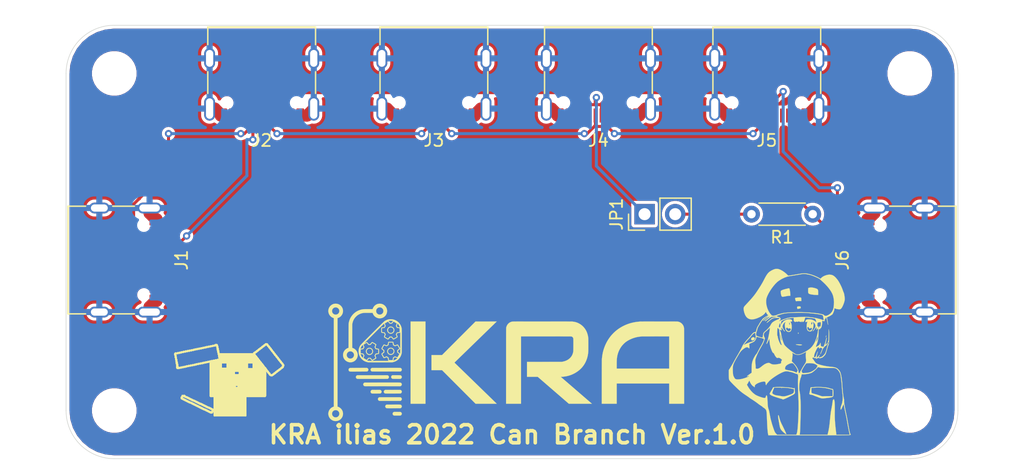
<source format=kicad_pcb>
(kicad_pcb (version 20171130) (host pcbnew "(5.1.12)-1")
  (layers (0 F.Cu signal) (31 B.Cu signal) (34 B.Paste user) (35 F.Paste user) (36 B.SilkS user) (37 F.SilkS user) (38 B.Mask user) (39 F.Mask user) (44 Edge.Cuts user))
  (net 0 "")
  (net 1 GND)
  (net 2 VBUS)
  (net 3 "Net-(J1-PadB5)")
  (net 4 D+)
  (net 5 "Net-(J1-PadA8)")
  (net 6 "Net-(J1-PadA5)")
  (net 7 "Net-(J1-PadB8)")
  (net 8 D-)
  (net 9 "Net-(J2-PadB5)")
  (net 10 "Net-(J2-PadA8)")
  (net 11 "Net-(J2-PadA5)")
  (net 12 "Net-(J2-PadB8)")
  (net 13 "Net-(J3-PadB5)")
  (net 14 "Net-(J3-PadA8)")
  (net 15 "Net-(J3-PadA5)")
  (net 16 "Net-(J3-PadB8)")
  (net 17 "Net-(J5-PadB5)")
  (net 18 "Net-(J5-PadA8)")
  (net 19 "Net-(J5-PadA5)")
  (net 20 "Net-(J5-PadB8)")
  (net 21 "Net-(J6-PadB5)")
  (net 22 "Net-(J6-PadA8)")
  (net 23 "Net-(J6-PadA5)")
  (net 24 "Net-(J6-PadB8)")
  (net 25 "Net-(J7-PadB5)")
  (net 26 "Net-(J7-PadA8)")
  (net 27 "Net-(J7-PadA5)")
  (net 28 "Net-(J7-PadB8)")
  (net 29 "Net-(JP1-Pad2)")
  (module logo:rogi_bijo_a (layer F.Cu) (at 103.6 73.2)
    (fp_text reference G*** hide)
    (fp_text value LOGO hide)
  )
  (module MountingHole:MountingHole_3.2mm_M3 (layer F.Cu) (at 113 78)
    (fp_text reference REF** hide)
    (fp_text value MountingHole_3.2mm_M3)
    (pad 1 np_thru_hole circle (at 0 0) (size 3.2 3.2) (drill 3.2) (layers *.Cu *.Mask))
  )
  (module MountingHole:MountingHole_3.2mm_M3 (layer F.Cu) (at 47 78)
    (fp_text reference REF** hide)
    (fp_text value MountingHole_3.2mm_M3)
    (pad 1 np_thru_hole circle (at 0 0) (size 3.2 3.2) (drill 3.2) (layers *.Cu *.Mask))
  )
  (module Downloads:KRA_logo (layer F.Cu) (at 80 74)
    (fp_text reference G*** hide)
    (fp_text value LOGO hide)
  )
  (module Downloads:ROGIKEN (layer F.Cu) (at 56.4 76)
    (fp_text reference ref** hide)
    (fp_text value val** hide)
  )
  (module MountingHole:MountingHole_3.2mm_M3 (layer F.Cu) (at 113 50)
    (fp_text reference REF** hide)
    (fp_text value MountingHole_3.2mm_M3)
    (pad 1 np_thru_hole circle (at 0 0) (size 3.2 3.2) (drill 3.2) (layers *.Cu *.Mask))
  )
  (module MountingHole:MountingHole_3.2mm_M3 (layer F.Cu) (at 47 50)
    (fp_text reference REF** hide)
    (fp_text value MountingHole_3.2mm_M3)
    (pad 1 np_thru_hole circle (at 0 0) (size 3.2 3.2) (drill 3.2) (layers *.Cu *.Mask))
  )
  (module Resistor_THT:R_Axial_DIN0204_L3.6mm_D1.6mm_P5.08mm_Horizontal (layer F.Cu) (at 104.95 61.69 180)
    (fp_text reference R1 (at 2.54 -1.92) (layer F.SilkS))
    (fp_text value R)
    (pad 2 thru_hole oval (at 5.08 0 180) (size 1.4 1.4) (drill 0.7) (layers *.Cu *.Mask) (net 29 "Net-(JP1-Pad2)"))
    (pad 1 thru_hole circle (at 0 0 180) (size 1.4 1.4) (drill 0.7) (layers *.Cu *.Mask) (net 8 D-))
  )
  (module Connector_PinHeader_2.54mm:PinHeader_1x02_P2.54mm_Vertical (layer F.Cu) (at 91 61.69 90)
    (fp_text reference JP1 (at 0 -2.33 90) (layer F.SilkS))
    (fp_text value Jumper_2_Open)
    (pad 2 thru_hole oval (at 0 2.54 90) (size 1.7 1.7) (drill 1) (layers *.Cu *.Mask) (net 29 "Net-(JP1-Pad2)"))
    (pad 1 thru_hole rect (at 0 0 90) (size 1.7 1.7) (drill 1) (layers *.Cu *.Mask) (net 4 D+))
  )
  (module Connector_USB:USB_C_Receptacle_Palconn_UTC16-G (layer F.Cu) (at 87.17 50.99 180)
    (fp_text reference J4 (at 0 -4.58) (layer F.SilkS))
    (fp_text value USB_C_Receptacle_USB2.0)
    (pad A12 smd rect (at 3.2 -2.51 180) (size 0.6 1.16) (layers F.Cu F.Paste F.Mask) (net 1 GND))
    (pad A9 smd rect (at 2.4 -2.51 180) (size 0.6 1.16) (layers F.Cu F.Paste F.Mask) (net 2 VBUS))
    (pad B1 smd rect (at 3.2 -2.51 180) (size 0.6 1.16) (layers F.Cu F.Paste F.Mask) (net 1 GND))
    (pad B4 smd rect (at 2.4 -2.51 180) (size 0.6 1.16) (layers F.Cu F.Paste F.Mask) (net 2 VBUS))
    (pad B12 smd rect (at -3.2 -2.51 180) (size 0.6 1.16) (layers F.Cu F.Paste F.Mask) (net 1 GND))
    (pad A1 smd rect (at -3.2 -2.51 180) (size 0.6 1.16) (layers F.Cu F.Paste F.Mask) (net 1 GND))
    (pad B9 smd rect (at -2.4 -2.51 180) (size 0.6 1.16) (layers F.Cu F.Paste F.Mask) (net 2 VBUS))
    (pad A4 smd rect (at -2.4 -2.51 180) (size 0.6 1.16) (layers F.Cu F.Paste F.Mask) (net 2 VBUS))
    (pad "" np_thru_hole circle (at -2.89 -1.45) (size 0.6 0.6) (drill 0.6) (layers *.Cu *.Mask))
    (pad "" np_thru_hole circle (at 2.89 -1.45) (size 0.6 0.6) (drill 0.6) (layers *.Cu *.Mask))
    (pad B5 smd rect (at 1.75 -2.51) (size 0.3 1.16) (layers F.Cu F.Paste F.Mask) (net 25 "Net-(J7-PadB5)"))
    (pad B6 smd rect (at 0.75 -2.51) (size 0.3 1.16) (layers F.Cu F.Paste F.Mask) (net 4 D+))
    (pad A8 smd rect (at 1.25 -2.51) (size 0.3 1.16) (layers F.Cu F.Paste F.Mask) (net 26 "Net-(J7-PadA8)"))
    (pad A5 smd rect (at -1.25 -2.51) (size 0.3 1.16) (layers F.Cu F.Paste F.Mask) (net 27 "Net-(J7-PadA5)"))
    (pad B8 smd rect (at -1.75 -2.51) (size 0.3 1.16) (layers F.Cu F.Paste F.Mask) (net 28 "Net-(J7-PadB8)"))
    (pad A7 smd rect (at 0.25 -2.51) (size 0.3 1.16) (layers F.Cu F.Paste F.Mask) (net 8 D-))
    (pad A6 smd rect (at -0.25 -2.51) (size 0.3 1.16) (layers F.Cu F.Paste F.Mask) (net 4 D+))
    (pad B7 smd rect (at -0.75 -2.51) (size 0.3 1.16) (layers F.Cu F.Paste F.Mask) (net 8 D-))
    (pad S1 thru_hole oval (at 4.32 2.24 270) (size 1.7 0.9) (drill oval 1.4 0.6) (layers *.Cu *.Mask) (net 1 GND))
    (pad S1 thru_hole oval (at -4.32 2.24 270) (size 1.7 0.9) (drill oval 1.4 0.6) (layers *.Cu *.Mask) (net 1 GND))
    (pad S1 thru_hole oval (at 4.32 -1.93 270) (size 2 0.9) (drill oval 1.7 0.6) (layers *.Cu *.Mask) (net 1 GND))
    (pad S1 thru_hole oval (at -4.32 -1.93 270) (size 2 0.9) (drill oval 1.7 0.6) (layers *.Cu *.Mask) (net 1 GND))
  )
  (module Connector_USB:USB_C_Receptacle_Palconn_UTC16-G (layer F.Cu) (at 101.14 50.99 180)
    (fp_text reference J5 (at 0 -4.58) (layer F.SilkS))
    (fp_text value USB_C_Receptacle_USB2.0)
    (pad A12 smd rect (at 3.2 -2.51 180) (size 0.6 1.16) (layers F.Cu F.Paste F.Mask) (net 1 GND))
    (pad A9 smd rect (at 2.4 -2.51 180) (size 0.6 1.16) (layers F.Cu F.Paste F.Mask) (net 2 VBUS))
    (pad B1 smd rect (at 3.2 -2.51 180) (size 0.6 1.16) (layers F.Cu F.Paste F.Mask) (net 1 GND))
    (pad B4 smd rect (at 2.4 -2.51 180) (size 0.6 1.16) (layers F.Cu F.Paste F.Mask) (net 2 VBUS))
    (pad B12 smd rect (at -3.2 -2.51 180) (size 0.6 1.16) (layers F.Cu F.Paste F.Mask) (net 1 GND))
    (pad A1 smd rect (at -3.2 -2.51 180) (size 0.6 1.16) (layers F.Cu F.Paste F.Mask) (net 1 GND))
    (pad B9 smd rect (at -2.4 -2.51 180) (size 0.6 1.16) (layers F.Cu F.Paste F.Mask) (net 2 VBUS))
    (pad A4 smd rect (at -2.4 -2.51 180) (size 0.6 1.16) (layers F.Cu F.Paste F.Mask) (net 2 VBUS))
    (pad "" np_thru_hole circle (at -2.89 -1.45) (size 0.6 0.6) (drill 0.6) (layers *.Cu *.Mask))
    (pad "" np_thru_hole circle (at 2.89 -1.45) (size 0.6 0.6) (drill 0.6) (layers *.Cu *.Mask))
    (pad B5 smd rect (at 1.75 -2.51) (size 0.3 1.16) (layers F.Cu F.Paste F.Mask) (net 21 "Net-(J6-PadB5)"))
    (pad B6 smd rect (at 0.75 -2.51) (size 0.3 1.16) (layers F.Cu F.Paste F.Mask) (net 4 D+))
    (pad A8 smd rect (at 1.25 -2.51) (size 0.3 1.16) (layers F.Cu F.Paste F.Mask) (net 22 "Net-(J6-PadA8)"))
    (pad A5 smd rect (at -1.25 -2.51) (size 0.3 1.16) (layers F.Cu F.Paste F.Mask) (net 23 "Net-(J6-PadA5)"))
    (pad B8 smd rect (at -1.75 -2.51) (size 0.3 1.16) (layers F.Cu F.Paste F.Mask) (net 24 "Net-(J6-PadB8)"))
    (pad A7 smd rect (at 0.25 -2.51) (size 0.3 1.16) (layers F.Cu F.Paste F.Mask) (net 8 D-))
    (pad A6 smd rect (at -0.25 -2.51) (size 0.3 1.16) (layers F.Cu F.Paste F.Mask) (net 4 D+))
    (pad B7 smd rect (at -0.75 -2.51) (size 0.3 1.16) (layers F.Cu F.Paste F.Mask) (net 8 D-))
    (pad S1 thru_hole oval (at 4.32 2.24 270) (size 1.7 0.9) (drill oval 1.4 0.6) (layers *.Cu *.Mask) (net 1 GND))
    (pad S1 thru_hole oval (at -4.32 2.24 270) (size 1.7 0.9) (drill oval 1.4 0.6) (layers *.Cu *.Mask) (net 1 GND))
    (pad S1 thru_hole oval (at 4.32 -1.93 270) (size 2 0.9) (drill oval 1.7 0.6) (layers *.Cu *.Mask) (net 1 GND))
    (pad S1 thru_hole oval (at -4.32 -1.93 270) (size 2 0.9) (drill oval 1.7 0.6) (layers *.Cu *.Mask) (net 1 GND))
  )
  (module Connector_USB:USB_C_Receptacle_Palconn_UTC16-G (layer F.Cu) (at 73.52 50.99 180)
    (fp_text reference J3 (at 0 -4.58) (layer F.SilkS))
    (fp_text value USB_C_Receptacle_USB2.0)
    (pad A12 smd rect (at 3.2 -2.51 180) (size 0.6 1.16) (layers F.Cu F.Paste F.Mask) (net 1 GND))
    (pad A9 smd rect (at 2.4 -2.51 180) (size 0.6 1.16) (layers F.Cu F.Paste F.Mask) (net 2 VBUS))
    (pad B1 smd rect (at 3.2 -2.51 180) (size 0.6 1.16) (layers F.Cu F.Paste F.Mask) (net 1 GND))
    (pad B4 smd rect (at 2.4 -2.51 180) (size 0.6 1.16) (layers F.Cu F.Paste F.Mask) (net 2 VBUS))
    (pad B12 smd rect (at -3.2 -2.51 180) (size 0.6 1.16) (layers F.Cu F.Paste F.Mask) (net 1 GND))
    (pad A1 smd rect (at -3.2 -2.51 180) (size 0.6 1.16) (layers F.Cu F.Paste F.Mask) (net 1 GND))
    (pad B9 smd rect (at -2.4 -2.51 180) (size 0.6 1.16) (layers F.Cu F.Paste F.Mask) (net 2 VBUS))
    (pad A4 smd rect (at -2.4 -2.51 180) (size 0.6 1.16) (layers F.Cu F.Paste F.Mask) (net 2 VBUS))
    (pad "" np_thru_hole circle (at -2.89 -1.45) (size 0.6 0.6) (drill 0.6) (layers *.Cu *.Mask))
    (pad "" np_thru_hole circle (at 2.89 -1.45) (size 0.6 0.6) (drill 0.6) (layers *.Cu *.Mask))
    (pad B5 smd rect (at 1.75 -2.51) (size 0.3 1.16) (layers F.Cu F.Paste F.Mask) (net 17 "Net-(J5-PadB5)"))
    (pad B6 smd rect (at 0.75 -2.51) (size 0.3 1.16) (layers F.Cu F.Paste F.Mask) (net 4 D+))
    (pad A8 smd rect (at 1.25 -2.51) (size 0.3 1.16) (layers F.Cu F.Paste F.Mask) (net 18 "Net-(J5-PadA8)"))
    (pad A5 smd rect (at -1.25 -2.51) (size 0.3 1.16) (layers F.Cu F.Paste F.Mask) (net 19 "Net-(J5-PadA5)"))
    (pad B8 smd rect (at -1.75 -2.51) (size 0.3 1.16) (layers F.Cu F.Paste F.Mask) (net 20 "Net-(J5-PadB8)"))
    (pad A7 smd rect (at 0.25 -2.51) (size 0.3 1.16) (layers F.Cu F.Paste F.Mask) (net 8 D-))
    (pad A6 smd rect (at -0.25 -2.51) (size 0.3 1.16) (layers F.Cu F.Paste F.Mask) (net 4 D+))
    (pad B7 smd rect (at -0.75 -2.51) (size 0.3 1.16) (layers F.Cu F.Paste F.Mask) (net 8 D-))
    (pad S1 thru_hole oval (at 4.32 2.24 270) (size 1.7 0.9) (drill oval 1.4 0.6) (layers *.Cu *.Mask) (net 1 GND))
    (pad S1 thru_hole oval (at -4.32 2.24 270) (size 1.7 0.9) (drill oval 1.4 0.6) (layers *.Cu *.Mask) (net 1 GND))
    (pad S1 thru_hole oval (at 4.32 -1.93 270) (size 2 0.9) (drill oval 1.7 0.6) (layers *.Cu *.Mask) (net 1 GND))
    (pad S1 thru_hole oval (at -4.32 -1.93 270) (size 2 0.9) (drill oval 1.7 0.6) (layers *.Cu *.Mask) (net 1 GND))
  )
  (module Connector_USB:USB_C_Receptacle_Palconn_UTC16-G (layer F.Cu) (at 59.23 50.99 180)
    (fp_text reference J2 (at 0 -4.58) (layer F.SilkS))
    (fp_text value USB_C_Receptacle_USB2.0)
    (pad A12 smd rect (at 3.2 -2.51 180) (size 0.6 1.16) (layers F.Cu F.Paste F.Mask) (net 1 GND))
    (pad A9 smd rect (at 2.4 -2.51 180) (size 0.6 1.16) (layers F.Cu F.Paste F.Mask) (net 2 VBUS))
    (pad B1 smd rect (at 3.2 -2.51 180) (size 0.6 1.16) (layers F.Cu F.Paste F.Mask) (net 1 GND))
    (pad B4 smd rect (at 2.4 -2.51 180) (size 0.6 1.16) (layers F.Cu F.Paste F.Mask) (net 2 VBUS))
    (pad B12 smd rect (at -3.2 -2.51 180) (size 0.6 1.16) (layers F.Cu F.Paste F.Mask) (net 1 GND))
    (pad A1 smd rect (at -3.2 -2.51 180) (size 0.6 1.16) (layers F.Cu F.Paste F.Mask) (net 1 GND))
    (pad B9 smd rect (at -2.4 -2.51 180) (size 0.6 1.16) (layers F.Cu F.Paste F.Mask) (net 2 VBUS))
    (pad A4 smd rect (at -2.4 -2.51 180) (size 0.6 1.16) (layers F.Cu F.Paste F.Mask) (net 2 VBUS))
    (pad "" np_thru_hole circle (at -2.89 -1.45) (size 0.6 0.6) (drill 0.6) (layers *.Cu *.Mask))
    (pad "" np_thru_hole circle (at 2.89 -1.45) (size 0.6 0.6) (drill 0.6) (layers *.Cu *.Mask))
    (pad B5 smd rect (at 1.75 -2.51) (size 0.3 1.16) (layers F.Cu F.Paste F.Mask) (net 13 "Net-(J3-PadB5)"))
    (pad B6 smd rect (at 0.75 -2.51) (size 0.3 1.16) (layers F.Cu F.Paste F.Mask) (net 4 D+))
    (pad A8 smd rect (at 1.25 -2.51) (size 0.3 1.16) (layers F.Cu F.Paste F.Mask) (net 14 "Net-(J3-PadA8)"))
    (pad A5 smd rect (at -1.25 -2.51) (size 0.3 1.16) (layers F.Cu F.Paste F.Mask) (net 15 "Net-(J3-PadA5)"))
    (pad B8 smd rect (at -1.75 -2.51) (size 0.3 1.16) (layers F.Cu F.Paste F.Mask) (net 16 "Net-(J3-PadB8)"))
    (pad A7 smd rect (at 0.25 -2.51) (size 0.3 1.16) (layers F.Cu F.Paste F.Mask) (net 8 D-))
    (pad A6 smd rect (at -0.25 -2.51) (size 0.3 1.16) (layers F.Cu F.Paste F.Mask) (net 4 D+))
    (pad B7 smd rect (at -0.75 -2.51) (size 0.3 1.16) (layers F.Cu F.Paste F.Mask) (net 8 D-))
    (pad S1 thru_hole oval (at 4.32 2.24 270) (size 1.7 0.9) (drill oval 1.4 0.6) (layers *.Cu *.Mask) (net 1 GND))
    (pad S1 thru_hole oval (at -4.32 2.24 270) (size 1.7 0.9) (drill oval 1.4 0.6) (layers *.Cu *.Mask) (net 1 GND))
    (pad S1 thru_hole oval (at 4.32 -1.93 270) (size 2 0.9) (drill oval 1.7 0.6) (layers *.Cu *.Mask) (net 1 GND))
    (pad S1 thru_hole oval (at -4.32 -1.93 270) (size 2 0.9) (drill oval 1.7 0.6) (layers *.Cu *.Mask) (net 1 GND))
  )
  (module Connector_USB:USB_C_Receptacle_Palconn_UTC16-G (layer F.Cu) (at 112 65.5 90)
    (fp_text reference J6 (at 0 -4.58 90) (layer F.SilkS))
    (fp_text value USB_C_Receptacle_USB2.0)
    (pad A12 smd rect (at 3.2 -2.51 90) (size 0.6 1.16) (layers F.Cu F.Paste F.Mask) (net 1 GND))
    (pad A9 smd rect (at 2.4 -2.51 90) (size 0.6 1.16) (layers F.Cu F.Paste F.Mask) (net 2 VBUS))
    (pad B1 smd rect (at 3.2 -2.51 90) (size 0.6 1.16) (layers F.Cu F.Paste F.Mask) (net 1 GND))
    (pad B4 smd rect (at 2.4 -2.51 90) (size 0.6 1.16) (layers F.Cu F.Paste F.Mask) (net 2 VBUS))
    (pad B12 smd rect (at -3.2 -2.51 90) (size 0.6 1.16) (layers F.Cu F.Paste F.Mask) (net 1 GND))
    (pad A1 smd rect (at -3.2 -2.51 90) (size 0.6 1.16) (layers F.Cu F.Paste F.Mask) (net 1 GND))
    (pad B9 smd rect (at -2.4 -2.51 90) (size 0.6 1.16) (layers F.Cu F.Paste F.Mask) (net 2 VBUS))
    (pad A4 smd rect (at -2.4 -2.51 90) (size 0.6 1.16) (layers F.Cu F.Paste F.Mask) (net 2 VBUS))
    (pad "" np_thru_hole circle (at -2.89 -1.45 270) (size 0.6 0.6) (drill 0.6) (layers *.Cu *.Mask))
    (pad "" np_thru_hole circle (at 2.89 -1.45 270) (size 0.6 0.6) (drill 0.6) (layers *.Cu *.Mask))
    (pad B5 smd rect (at 1.75 -2.51 270) (size 0.3 1.16) (layers F.Cu F.Paste F.Mask) (net 9 "Net-(J2-PadB5)"))
    (pad B6 smd rect (at 0.75 -2.51 270) (size 0.3 1.16) (layers F.Cu F.Paste F.Mask) (net 4 D+))
    (pad A8 smd rect (at 1.25 -2.51 270) (size 0.3 1.16) (layers F.Cu F.Paste F.Mask) (net 10 "Net-(J2-PadA8)"))
    (pad A5 smd rect (at -1.25 -2.51 270) (size 0.3 1.16) (layers F.Cu F.Paste F.Mask) (net 11 "Net-(J2-PadA5)"))
    (pad B8 smd rect (at -1.75 -2.51 270) (size 0.3 1.16) (layers F.Cu F.Paste F.Mask) (net 12 "Net-(J2-PadB8)"))
    (pad A7 smd rect (at 0.25 -2.51 270) (size 0.3 1.16) (layers F.Cu F.Paste F.Mask) (net 8 D-))
    (pad A6 smd rect (at -0.25 -2.51 270) (size 0.3 1.16) (layers F.Cu F.Paste F.Mask) (net 4 D+))
    (pad B7 smd rect (at -0.75 -2.51 270) (size 0.3 1.16) (layers F.Cu F.Paste F.Mask) (net 8 D-))
    (pad S1 thru_hole oval (at 4.32 2.24 180) (size 1.7 0.9) (drill oval 1.4 0.6) (layers *.Cu *.Mask) (net 1 GND))
    (pad S1 thru_hole oval (at -4.32 2.24 180) (size 1.7 0.9) (drill oval 1.4 0.6) (layers *.Cu *.Mask) (net 1 GND))
    (pad S1 thru_hole oval (at 4.32 -1.93 180) (size 2 0.9) (drill oval 1.7 0.6) (layers *.Cu *.Mask) (net 1 GND))
    (pad S1 thru_hole oval (at -4.32 -1.93 180) (size 2 0.9) (drill oval 1.7 0.6) (layers *.Cu *.Mask) (net 1 GND))
  )
  (module Connector_USB:USB_C_Receptacle_Palconn_UTC16-G (layer F.Cu) (at 48 65.5 270)
    (fp_text reference J1 (at 0 -4.58 90) (layer F.SilkS))
    (fp_text value USB_C_Receptacle_USB2.0)
    (pad A12 smd rect (at 3.2 -2.51 270) (size 0.6 1.16) (layers F.Cu F.Paste F.Mask) (net 1 GND))
    (pad A9 smd rect (at 2.4 -2.51 270) (size 0.6 1.16) (layers F.Cu F.Paste F.Mask) (net 2 VBUS))
    (pad B1 smd rect (at 3.2 -2.51 270) (size 0.6 1.16) (layers F.Cu F.Paste F.Mask) (net 1 GND))
    (pad B4 smd rect (at 2.4 -2.51 270) (size 0.6 1.16) (layers F.Cu F.Paste F.Mask) (net 2 VBUS))
    (pad B12 smd rect (at -3.2 -2.51 270) (size 0.6 1.16) (layers F.Cu F.Paste F.Mask) (net 1 GND))
    (pad A1 smd rect (at -3.2 -2.51 270) (size 0.6 1.16) (layers F.Cu F.Paste F.Mask) (net 1 GND))
    (pad B9 smd rect (at -2.4 -2.51 270) (size 0.6 1.16) (layers F.Cu F.Paste F.Mask) (net 2 VBUS))
    (pad A4 smd rect (at -2.4 -2.51 270) (size 0.6 1.16) (layers F.Cu F.Paste F.Mask) (net 2 VBUS))
    (pad "" np_thru_hole circle (at -2.89 -1.45 90) (size 0.6 0.6) (drill 0.6) (layers *.Cu *.Mask))
    (pad "" np_thru_hole circle (at 2.89 -1.45 90) (size 0.6 0.6) (drill 0.6) (layers *.Cu *.Mask))
    (pad B5 smd rect (at 1.75 -2.51 90) (size 0.3 1.16) (layers F.Cu F.Paste F.Mask) (net 3 "Net-(J1-PadB5)"))
    (pad B6 smd rect (at 0.75 -2.51 90) (size 0.3 1.16) (layers F.Cu F.Paste F.Mask) (net 4 D+))
    (pad A8 smd rect (at 1.25 -2.51 90) (size 0.3 1.16) (layers F.Cu F.Paste F.Mask) (net 5 "Net-(J1-PadA8)"))
    (pad A5 smd rect (at -1.25 -2.51 90) (size 0.3 1.16) (layers F.Cu F.Paste F.Mask) (net 6 "Net-(J1-PadA5)"))
    (pad B8 smd rect (at -1.75 -2.51 90) (size 0.3 1.16) (layers F.Cu F.Paste F.Mask) (net 7 "Net-(J1-PadB8)"))
    (pad A7 smd rect (at 0.25 -2.51 90) (size 0.3 1.16) (layers F.Cu F.Paste F.Mask) (net 8 D-))
    (pad A6 smd rect (at -0.25 -2.51 90) (size 0.3 1.16) (layers F.Cu F.Paste F.Mask) (net 4 D+))
    (pad B7 smd rect (at -0.75 -2.51 90) (size 0.3 1.16) (layers F.Cu F.Paste F.Mask) (net 8 D-))
    (pad S1 thru_hole oval (at 4.32 2.24) (size 1.7 0.9) (drill oval 1.4 0.6) (layers *.Cu *.Mask) (net 1 GND))
    (pad S1 thru_hole oval (at -4.32 2.24) (size 1.7 0.9) (drill oval 1.4 0.6) (layers *.Cu *.Mask) (net 1 GND))
    (pad S1 thru_hole oval (at 4.32 -1.93) (size 2 0.9) (drill oval 1.7 0.6) (layers *.Cu *.Mask) (net 1 GND))
    (pad S1 thru_hole oval (at -4.32 -1.93) (size 2 0.9) (drill oval 1.7 0.6) (layers *.Cu *.Mask) (net 1 GND))
  )
  (gr_text "KRA ilias 2022 Can Branch Ver.1.0" (at 80 80) (layer F.SilkS) (effects (font (size 1.5 1.5) (thickness 0.3))))
  (gr_line (start 43 50) (end 43 78) (layer Edge.Cuts) (width 0.05))
  (gr_arc (start 47 78) (end 43 78) (angle -90) (layer Edge.Cuts) (width 0.05))
  (gr_arc (start 47 50) (end 47 46) (angle -90) (layer Edge.Cuts) (width 0.05))
  (gr_line (start 117 50) (end 117 78) (layer Edge.Cuts) (width 0.05))
  (gr_arc (start 113 78) (end 113 82) (angle -90) (layer Edge.Cuts) (width 0.05))
  (gr_arc (start 113 50) (end 117 50) (angle -90) (layer Edge.Cuts) (width 0.05))
  (gr_line (start 113 46) (end 47 46) (layer Edge.Cuts) (width 0.05))
  (gr_line (start 47 82) (end 113 82) (layer Edge.Cuts) (width 0.05))
  (segment (start 50.420001 62.099999) (end 50.51 62.099999) (width 1) (layer F.Cu) (net 1))
  (segment (start 49.930001 61.609999) (end 50.420001 62.099999) (width 1) (layer F.Cu) (net 1))
  (segment (start 49.93 61.18) (end 49.930001 61.609999) (width 1) (layer F.Cu) (net 1))
  (segment (start 50.420001 68.900001) (end 50.51 68.900001) (width 1) (layer F.Cu) (net 1))
  (segment (start 49.930001 69.390001) (end 50.420001 68.900001) (width 1) (layer F.Cu) (net 1))
  (segment (start 49.93 69.82) (end 49.930001 69.390001) (width 1) (layer F.Cu) (net 1))
  (segment (start 55.829999 53.410001) (end 55.829999 53.5) (width 1) (layer F.Cu) (net 1))
  (segment (start 55.339999 52.920001) (end 55.829999 53.410001) (width 1) (layer F.Cu) (net 1))
  (segment (start 54.91 52.92) (end 55.339999 52.920001) (width 1) (layer F.Cu) (net 1))
  (segment (start 63 53.5) (end 62.630001 53.5) (width 1) (layer F.Cu) (net 1))
  (segment (start 63.55 52.95) (end 63 53.5) (width 1) (layer F.Cu) (net 1))
  (segment (start 63.55 52.92) (end 63.55 52.95) (width 1) (layer F.Cu) (net 1))
  (segment (start 76.920001 53.410001) (end 76.920001 53.5) (width 1) (layer F.Cu) (net 1))
  (segment (start 77.410001 52.920001) (end 76.920001 53.410001) (width 1) (layer F.Cu) (net 1))
  (segment (start 77.84 52.92) (end 77.410001 52.920001) (width 1) (layer F.Cu) (net 1))
  (segment (start 70.119999 53.410001) (end 70.119999 53.5) (width 1) (layer F.Cu) (net 1))
  (segment (start 69.629999 52.920001) (end 70.119999 53.410001) (width 1) (layer F.Cu) (net 1))
  (segment (start 69.2 52.92) (end 69.629999 52.920001) (width 1) (layer F.Cu) (net 1))
  (segment (start 83.279999 52.920001) (end 83.769999 53.410001) (width 1) (layer F.Cu) (net 1))
  (segment (start 83.769999 53.410001) (end 83.769999 53.5) (width 1) (layer F.Cu) (net 1))
  (segment (start 82.85 52.92) (end 83.279999 52.920001) (width 1) (layer F.Cu) (net 1))
  (segment (start 90.570001 53.429999) (end 90.570001 53.5) (width 1) (layer F.Cu) (net 1))
  (segment (start 91.08 52.92) (end 90.570001 53.429999) (width 1) (layer F.Cu) (net 1))
  (segment (start 91.49 52.92) (end 91.08 52.92) (width 1) (layer F.Cu) (net 1))
  (segment (start 97.739999 53.410001) (end 97.739999 53.5) (width 1) (layer F.Cu) (net 1))
  (segment (start 97.249999 52.920001) (end 97.739999 53.410001) (width 1) (layer F.Cu) (net 1))
  (segment (start 96.82 52.92) (end 97.249999 52.920001) (width 1) (layer F.Cu) (net 1))
  (segment (start 104.540001 53.459999) (end 104.540001 53.5) (width 1) (layer F.Cu) (net 1))
  (segment (start 105.08 52.92) (end 104.540001 53.459999) (width 1) (layer F.Cu) (net 1))
  (segment (start 105.46 52.92) (end 105.08 52.92) (width 1) (layer F.Cu) (net 1))
  (segment (start 109.579999 62.099999) (end 109.49 62.099999) (width 1) (layer F.Cu) (net 1))
  (segment (start 110.07 61.609998) (end 109.579999 62.099999) (width 1) (layer F.Cu) (net 1))
  (segment (start 110.07 61.18) (end 110.07 61.609998) (width 1) (layer F.Cu) (net 1))
  (segment (start 109.579999 68.900001) (end 109.49 68.900001) (width 1) (layer F.Cu) (net 1))
  (segment (start 110.069999 69.390001) (end 109.579999 68.900001) (width 1) (layer F.Cu) (net 1))
  (segment (start 110.07 69.82) (end 110.069999 69.390001) (width 1) (layer F.Cu) (net 1))
  (segment (start 49.694998 65.25) (end 50.51 65.25) (width 0.25) (layer F.Cu) (net 4))
  (segment (start 49.604999 66.160001) (end 49.604999 65.339999) (width 0.25) (layer F.Cu) (net 4))
  (segment (start 49.694998 66.25) (end 49.604999 66.160001) (width 0.25) (layer F.Cu) (net 4))
  (segment (start 49.604999 65.339999) (end 49.694998 65.25) (width 0.25) (layer F.Cu) (net 4))
  (segment (start 50.51 66.25) (end 49.694998 66.25) (width 0.25) (layer F.Cu) (net 4))
  (segment (start 58.390001 54.405001) (end 58.48 54.315002) (width 0.25) (layer F.Cu) (net 4))
  (segment (start 48.60499 64.10499) (end 48.60499 60.858981) (width 0.25) (layer F.Cu) (net 4))
  (segment (start 49.604999 65.104999) (end 48.60499 64.10499) (width 0.25) (layer F.Cu) (net 4))
  (segment (start 49.604999 65.339999) (end 49.604999 65.104999) (width 0.25) (layer F.Cu) (net 4))
  (segment (start 59.48 52.684998) (end 59.48 53.5) (width 0.25) (layer F.Cu) (net 4))
  (segment (start 59.390001 52.594999) (end 59.48 52.684998) (width 0.25) (layer F.Cu) (net 4))
  (segment (start 58.555001 52.594999) (end 59.390001 52.594999) (width 0.25) (layer F.Cu) (net 4))
  (segment (start 58.48 52.67) (end 58.555001 52.594999) (width 0.25) (layer F.Cu) (net 4))
  (segment (start 58.48 53.5) (end 58.48 52.67) (width 0.25) (layer F.Cu) (net 4))
  (segment (start 71.679992 51.59499) (end 72.77 52.684998) (width 0.25) (layer F.Cu) (net 4))
  (segment (start 59.390001 52.594999) (end 60.39001 51.59499) (width 0.25) (layer F.Cu) (net 4))
  (segment (start 73.77 52.684998) (end 73.77 53.5) (width 0.25) (layer F.Cu) (net 4))
  (segment (start 73.680001 52.594999) (end 73.77 52.684998) (width 0.25) (layer F.Cu) (net 4))
  (segment (start 72.859999 52.594999) (end 73.680001 52.594999) (width 0.25) (layer F.Cu) (net 4))
  (segment (start 72.77 52.684998) (end 72.859999 52.594999) (width 0.25) (layer F.Cu) (net 4))
  (segment (start 72.77 53.5) (end 72.77 52.684998) (width 0.25) (layer F.Cu) (net 4))
  (segment (start 85.329992 51.59499) (end 86.42 52.684998) (width 0.25) (layer F.Cu) (net 4))
  (segment (start 74.84501 51.59499) (end 85.329992 51.59499) (width 0.25) (layer F.Cu) (net 4))
  (segment (start 73.77 52.67) (end 74.84501 51.59499) (width 0.25) (layer F.Cu) (net 4))
  (segment (start 73.77 53.5) (end 73.77 52.67) (width 0.25) (layer F.Cu) (net 4))
  (segment (start 87.42 52.684998) (end 87.42 53.5) (width 0.25) (layer F.Cu) (net 4))
  (segment (start 87.330001 52.594999) (end 87.42 52.684998) (width 0.25) (layer F.Cu) (net 4))
  (segment (start 86.42 52.684998) (end 86.509999 52.594999) (width 0.25) (layer F.Cu) (net 4))
  (segment (start 86.42 53.5) (end 86.42 52.684998) (width 0.25) (layer F.Cu) (net 4))
  (segment (start 100.39 52.684998) (end 100.39 53.5) (width 0.25) (layer F.Cu) (net 4))
  (segment (start 99.299992 51.59499) (end 100.39 52.684998) (width 0.25) (layer F.Cu) (net 4))
  (segment (start 88.33001 51.59499) (end 99.299992 51.59499) (width 0.25) (layer F.Cu) (net 4))
  (segment (start 87.330001 52.594999) (end 88.33001 51.59499) (width 0.25) (layer F.Cu) (net 4))
  (segment (start 101.39 52.684998) (end 101.39 53.5) (width 0.25) (layer F.Cu) (net 4))
  (segment (start 101.300001 52.594999) (end 101.39 52.684998) (width 0.25) (layer F.Cu) (net 4))
  (segment (start 100.465001 52.594999) (end 101.300001 52.594999) (width 0.25) (layer F.Cu) (net 4))
  (segment (start 100.39 52.67) (end 100.465001 52.594999) (width 0.25) (layer F.Cu) (net 4))
  (segment (start 100.39 53.5) (end 100.39 52.67) (width 0.25) (layer F.Cu) (net 4))
  (via (at 102.5 51.5) (size 0.6) (drill 0.3) (layers F.Cu B.Cu) (net 4))
  (segment (start 101.405001 52.594999) (end 102.5 51.5) (width 0.25) (layer F.Cu) (net 4))
  (segment (start 101.300001 52.594999) (end 101.405001 52.594999) (width 0.25) (layer F.Cu) (net 4))
  (segment (start 102.5 51.5) (end 102.5 56.5) (width 0.25) (layer B.Cu) (net 4))
  (segment (start 110.305002 65.75) (end 109.49 65.75) (width 0.25) (layer F.Cu) (net 4))
  (segment (start 110.395001 65.660001) (end 110.305002 65.75) (width 0.25) (layer F.Cu) (net 4))
  (segment (start 109.49 64.75) (end 110.305002 64.75) (width 0.25) (layer F.Cu) (net 4))
  (segment (start 88.33001 59.02001) (end 91 61.69) (width 0.25) (layer B.Cu) (net 4))
  (segment (start 60.39001 51.59499) (end 71.679992 51.59499) (width 0.25) (layer F.Cu) (net 4))
  (via (at 51.5 55) (size 0.6) (drill 0.3) (layers F.Cu B.Cu) (net 4))
  (segment (start 49.058981 60.40499) (end 49.09501 60.40499) (width 0.25) (layer F.Cu) (net 4))
  (via (at 57.5 55) (size 0.6) (drill 0.3) (layers F.Cu B.Cu) (net 4))
  (segment (start 51.5 55) (end 57.5 55) (width 0.25) (layer B.Cu) (net 4))
  (segment (start 58.48 54.315002) (end 58.48 53.5) (width 0.25) (layer F.Cu) (net 4))
  (segment (start 57.795002 55) (end 58.48 54.315002) (width 0.25) (layer F.Cu) (net 4))
  (segment (start 57.5 55) (end 57.795002 55) (width 0.25) (layer F.Cu) (net 4))
  (via (at 87 52) (size 0.6) (drill 0.3) (layers F.Cu B.Cu) (net 4))
  (segment (start 86.905001 52.094999) (end 87 52) (width 0.25) (layer F.Cu) (net 4))
  (segment (start 86.905001 52.594999) (end 86.905001 52.094999) (width 0.25) (layer F.Cu) (net 4))
  (segment (start 86.509999 52.594999) (end 86.905001 52.594999) (width 0.25) (layer F.Cu) (net 4))
  (segment (start 86.905001 52.594999) (end 87.330001 52.594999) (width 0.25) (layer F.Cu) (net 4))
  (segment (start 87 57.69) (end 88.33001 59.02001) (width 0.25) (layer B.Cu) (net 4))
  (segment (start 87 52) (end 87 57.69) (width 0.25) (layer B.Cu) (net 4))
  (segment (start 110.395001 64.839999) (end 110.395001 65.660001) (width 0.25) (layer F.Cu) (net 4))
  (segment (start 110.305002 64.75) (end 110.395001 64.839999) (width 0.25) (layer F.Cu) (net 4))
  (via (at 107 59.5) (size 0.6) (drill 0.3) (layers F.Cu B.Cu) (net 4))
  (segment (start 107 63.09) (end 107 59.5) (width 0.25) (layer F.Cu) (net 4))
  (segment (start 108.66 64.75) (end 107 63.09) (width 0.25) (layer F.Cu) (net 4))
  (segment (start 109.49 64.75) (end 108.66 64.75) (width 0.25) (layer F.Cu) (net 4))
  (segment (start 105.5 59.5) (end 102.5 56.5) (width 0.25) (layer B.Cu) (net 4))
  (segment (start 107 59.5) (end 105.5 59.5) (width 0.25) (layer B.Cu) (net 4))
  (segment (start 51.5 57.963972) (end 48.981986 60.481986) (width 0.25) (layer F.Cu) (net 4))
  (segment (start 48.981986 60.481986) (end 49.058981 60.40499) (width 0.25) (layer F.Cu) (net 4))
  (segment (start 51.5 55) (end 51.5 57.963972) (width 0.25) (layer F.Cu) (net 4))
  (segment (start 48.60499 60.858981) (end 48.981986 60.481986) (width 0.25) (layer F.Cu) (net 4))
  (segment (start 51.325002 64.75) (end 50.51 64.75) (width 0.25) (layer F.Cu) (net 8))
  (segment (start 51.415001 64.839999) (end 51.325002 64.75) (width 0.25) (layer F.Cu) (net 8))
  (segment (start 51.415001 65.660001) (end 51.415001 64.839999) (width 0.25) (layer F.Cu) (net 8))
  (segment (start 51.325002 65.75) (end 51.415001 65.660001) (width 0.25) (layer F.Cu) (net 8))
  (segment (start 50.51 65.75) (end 51.325002 65.75) (width 0.25) (layer F.Cu) (net 8))
  (segment (start 58.98 54.451412) (end 58.98 53.5) (width 0.25) (layer F.Cu) (net 8))
  (segment (start 51.325002 64.75) (end 51.681412 64.75) (width 0.25) (layer F.Cu) (net 8))
  (segment (start 59.84359 54.451412) (end 60 54.295002) (width 0.25) (layer F.Cu) (net 8))
  (segment (start 58.98 54.451412) (end 59.84359 54.451412) (width 0.25) (layer F.Cu) (net 8))
  (segment (start 59.98 53.98) (end 59.98 53.5) (width 0.25) (layer F.Cu) (net 8))
  (segment (start 60 54) (end 59.98 53.98) (width 0.25) (layer F.Cu) (net 8))
  (segment (start 60 54.295002) (end 60 54) (width 0.25) (layer F.Cu) (net 8))
  (segment (start 73.27 54.315002) (end 73.27 53.5) (width 0.25) (layer F.Cu) (net 8))
  (segment (start 73.180001 54.405001) (end 73.27 54.315002) (width 0.25) (layer F.Cu) (net 8))
  (segment (start 59.98 54.33) (end 60.055001 54.405001) (width 0.25) (layer F.Cu) (net 8))
  (segment (start 59.98 53.5) (end 59.98 54.33) (width 0.25) (layer F.Cu) (net 8))
  (segment (start 74.180001 54.405001) (end 74.27 54.315002) (width 0.25) (layer F.Cu) (net 8))
  (segment (start 73.359999 54.405001) (end 74.180001 54.405001) (width 0.25) (layer F.Cu) (net 8))
  (segment (start 73.27 54.315002) (end 73.359999 54.405001) (width 0.25) (layer F.Cu) (net 8))
  (segment (start 86.830001 54.405001) (end 86.92 54.315002) (width 0.25) (layer F.Cu) (net 8))
  (segment (start 74.27 54.315002) (end 74.359999 54.405001) (width 0.25) (layer F.Cu) (net 8))
  (segment (start 74.27 53.5) (end 74.27 54.315002) (width 0.25) (layer F.Cu) (net 8))
  (segment (start 86.92 54.315002) (end 86.92 53.5) (width 0.25) (layer F.Cu) (net 8))
  (segment (start 87.009999 54.405001) (end 86.92 54.315002) (width 0.25) (layer F.Cu) (net 8))
  (segment (start 87.92 54.315002) (end 87.830001 54.405001) (width 0.25) (layer F.Cu) (net 8))
  (segment (start 87.830001 54.405001) (end 87.009999 54.405001) (width 0.25) (layer F.Cu) (net 8))
  (segment (start 87.92 53.5) (end 87.92 54.315002) (width 0.25) (layer F.Cu) (net 8))
  (segment (start 101.89 54.315002) (end 101.89 53.5) (width 0.25) (layer F.Cu) (net 8))
  (segment (start 101.800001 54.405001) (end 101.89 54.315002) (width 0.25) (layer F.Cu) (net 8))
  (segment (start 100.979999 54.405001) (end 101.800001 54.405001) (width 0.25) (layer F.Cu) (net 8))
  (segment (start 100.89 54.315002) (end 100.979999 54.405001) (width 0.25) (layer F.Cu) (net 8))
  (segment (start 100.89 53.5) (end 100.89 54.315002) (width 0.25) (layer F.Cu) (net 8))
  (segment (start 100.800001 54.405001) (end 100.89 54.315002) (width 0.25) (layer F.Cu) (net 8))
  (segment (start 87.92 54.315002) (end 88.009999 54.405001) (width 0.25) (layer F.Cu) (net 8))
  (segment (start 101.800001 58.540001) (end 104.95 61.69) (width 0.25) (layer F.Cu) (net 8))
  (segment (start 101.800001 54.405001) (end 101.800001 58.540001) (width 0.25) (layer F.Cu) (net 8))
  (segment (start 108.674998 66.25) (end 109.49 66.25) (width 0.25) (layer F.Cu) (net 8))
  (segment (start 108.584999 66.160001) (end 108.674998 66.25) (width 0.25) (layer F.Cu) (net 8))
  (segment (start 108.66 65.25) (end 108.584999 65.325001) (width 0.25) (layer F.Cu) (net 8))
  (segment (start 109.49 65.25) (end 108.66 65.25) (width 0.25) (layer F.Cu) (net 8))
  (segment (start 51.75 64.75) (end 52.5 64) (width 0.25) (layer F.Cu) (net 8))
  (segment (start 51.681412 64.75) (end 51.75 64.75) (width 0.25) (layer F.Cu) (net 8))
  (via (at 58.5 55.5) (size 0.6) (drill 0.3) (layers F.Cu B.Cu) (net 8))
  (segment (start 58 55.5) (end 58.5 55.5) (width 0.25) (layer B.Cu) (net 8))
  (segment (start 58.5 54.931412) (end 58.98 54.451412) (width 0.25) (layer F.Cu) (net 8))
  (segment (start 58.5 55.5) (end 58.5 54.931412) (width 0.25) (layer F.Cu) (net 8))
  (via (at 60.5 55) (size 0.6) (drill 0.3) (layers F.Cu B.Cu) (net 8))
  (segment (start 60 54.5) (end 60.5 55) (width 0.25) (layer F.Cu) (net 8))
  (segment (start 60 54.295002) (end 60 54.5) (width 0.25) (layer F.Cu) (net 8))
  (via (at 72.5 55) (size 0.6) (drill 0.3) (layers F.Cu B.Cu) (net 8))
  (segment (start 60.5 55) (end 72.5 55) (width 0.25) (layer B.Cu) (net 8))
  (segment (start 73.184998 54.315002) (end 73.27 54.315002) (width 0.25) (layer F.Cu) (net 8))
  (segment (start 72.5 55) (end 73.184998 54.315002) (width 0.25) (layer F.Cu) (net 8))
  (via (at 75 55) (size 0.6) (drill 0.3) (layers F.Cu B.Cu) (net 8))
  (segment (start 74.405001 54.405001) (end 75 55) (width 0.25) (layer F.Cu) (net 8))
  (segment (start 74.359999 54.405001) (end 74.405001 54.405001) (width 0.25) (layer F.Cu) (net 8))
  (via (at 86 55) (size 0.6) (drill 0.3) (layers F.Cu B.Cu) (net 8))
  (segment (start 75 55) (end 86 55) (width 0.25) (layer B.Cu) (net 8))
  (segment (start 86.235002 55) (end 86.92 54.315002) (width 0.25) (layer F.Cu) (net 8))
  (segment (start 86 55) (end 86.235002 55) (width 0.25) (layer F.Cu) (net 8))
  (via (at 100 55) (size 0.6) (drill 0.3) (layers F.Cu B.Cu) (net 8))
  (segment (start 89 55) (end 100 55) (width 0.25) (layer B.Cu) (net 8))
  (segment (start 100.594999 54.405001) (end 100.800001 54.405001) (width 0.25) (layer F.Cu) (net 8))
  (segment (start 100 55) (end 100.594999 54.405001) (width 0.25) (layer F.Cu) (net 8))
  (via (at 88.5 55) (size 0.6) (drill 0.3) (layers F.Cu B.Cu) (net 8))
  (segment (start 88.009999 54.509999) (end 88.5 55) (width 0.25) (layer F.Cu) (net 8))
  (segment (start 88.009999 54.405001) (end 88.009999 54.509999) (width 0.25) (layer F.Cu) (net 8))
  (segment (start 88.5 55) (end 89 55) (width 0.25) (layer B.Cu) (net 8))
  (segment (start 105.649999 62.390001) (end 108.584999 65.325001) (width 0.25) (layer F.Cu) (net 8))
  (segment (start 104.95 61.69) (end 105.649999 62.390001) (width 0.25) (layer F.Cu) (net 8))
  (segment (start 108.584999 65.325001) (end 108.584999 66.160001) (width 0.25) (layer F.Cu) (net 8))
  (segment (start 58 58.5) (end 53 63.5) (width 0.25) (layer B.Cu) (net 8))
  (via (at 53 63.5) (size 0.6) (drill 0.3) (layers F.Cu B.Cu) (net 8))
  (segment (start 58 55.5) (end 58 58.5) (width 0.25) (layer B.Cu) (net 8))
  (segment (start 53 63.5) (end 52.5 64) (width 0.25) (layer F.Cu) (net 8))
  (segment (start 93.54 61.69) (end 99.87 61.69) (width 0.25) (layer F.Cu) (net 29))
  (zone (net 2) (net_name VBUS) (layer F.Cu) (connect_pads (clearance 0.254)) (min_thickness 0.254) (fill yes (arc_segments 32) (thermal_gap 0.508) (thermal_bridge_width 0.508))
    (polygon (pts (xy 117 82) (xy 43 82) (xy 43 46) (xy 117 46)))
  )
  (zone (net 1) (net_name GND) (layer B.Cu) (connect_pads (clearance 0.254)) (min_thickness 0.254) (fill yes (arc_segments 32) (thermal_gap 0.508) (thermal_bridge_width 0.508))
    (polygon (pts (xy 117 82) (xy 43 82) (xy 43 46) (xy 117 46)))
  )
)
</source>
